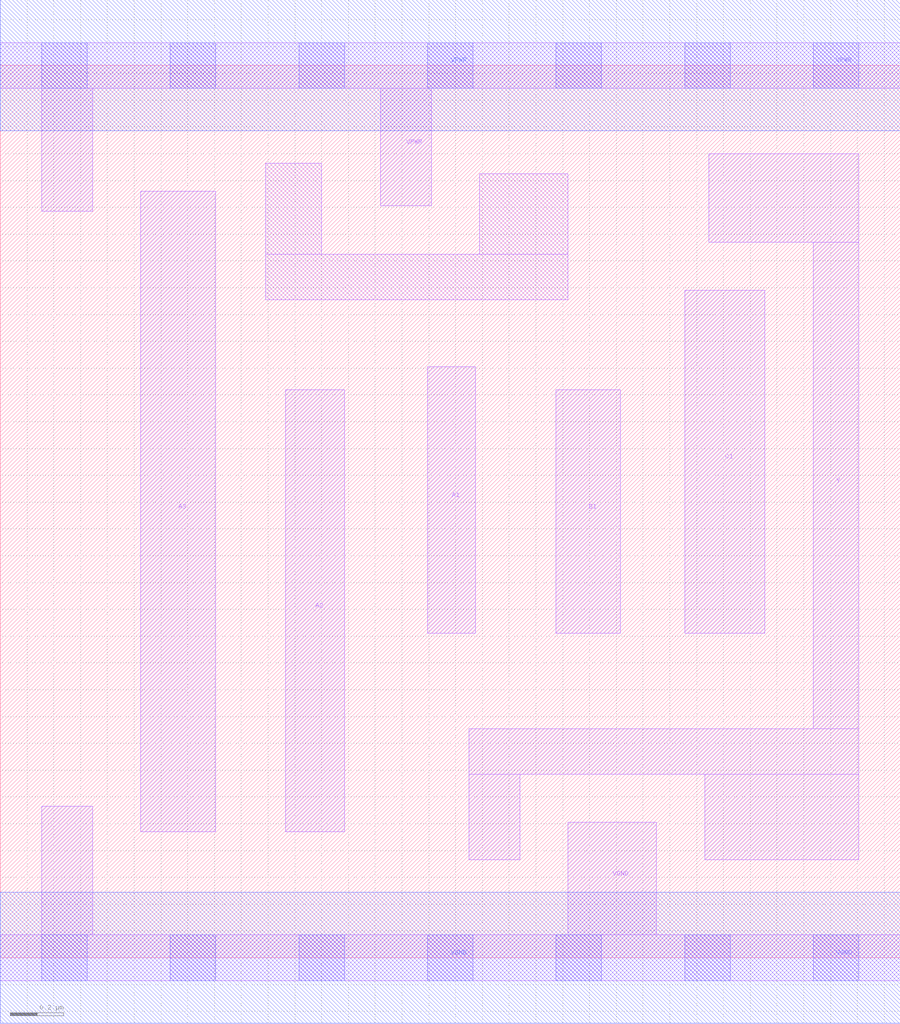
<source format=lef>
# Copyright 2020 The SkyWater PDK Authors
#
# Licensed under the Apache License, Version 2.0 (the "License");
# you may not use this file except in compliance with the License.
# You may obtain a copy of the License at
#
#     https://www.apache.org/licenses/LICENSE-2.0
#
# Unless required by applicable law or agreed to in writing, software
# distributed under the License is distributed on an "AS IS" BASIS,
# WITHOUT WARRANTIES OR CONDITIONS OF ANY KIND, either express or implied.
# See the License for the specific language governing permissions and
# limitations under the License.
#
# SPDX-License-Identifier: Apache-2.0

VERSION 5.7 ;
  NAMESCASESENSITIVE ON ;
  NOWIREEXTENSIONATPIN ON ;
  DIVIDERCHAR "/" ;
  BUSBITCHARS "[]" ;
UNITS
  DATABASE MICRONS 200 ;
END UNITS
MACRO sky130_fd_sc_lp__a311oi_m
  CLASS CORE ;
  SOURCE USER ;
  FOREIGN sky130_fd_sc_lp__a311oi_m ;
  ORIGIN  0.000000  0.000000 ;
  SIZE  3.360000 BY  3.330000 ;
  SYMMETRY X Y R90 ;
  SITE unit ;
  PIN A1
    ANTENNAGATEAREA  0.126000 ;
    DIRECTION INPUT ;
    USE SIGNAL ;
    PORT
      LAYER li1 ;
        RECT 1.595000 1.210000 1.775000 2.205000 ;
    END
  END A1
  PIN A2
    ANTENNAGATEAREA  0.126000 ;
    DIRECTION INPUT ;
    USE SIGNAL ;
    PORT
      LAYER li1 ;
        RECT 1.065000 0.470000 1.285000 2.120000 ;
    END
  END A2
  PIN A3
    ANTENNAGATEAREA  0.126000 ;
    DIRECTION INPUT ;
    USE SIGNAL ;
    PORT
      LAYER li1 ;
        RECT 0.525000 0.470000 0.805000 2.860000 ;
    END
  END A3
  PIN B1
    ANTENNAGATEAREA  0.126000 ;
    DIRECTION INPUT ;
    USE SIGNAL ;
    PORT
      LAYER li1 ;
        RECT 2.075000 1.210000 2.315000 2.120000 ;
    END
  END B1
  PIN C1
    ANTENNAGATEAREA  0.126000 ;
    DIRECTION INPUT ;
    USE SIGNAL ;
    PORT
      LAYER li1 ;
        RECT 2.555000 1.210000 2.855000 2.490000 ;
    END
  END C1
  PIN Y
    ANTENNADIFFAREA  0.342300 ;
    DIRECTION OUTPUT ;
    USE SIGNAL ;
    PORT
      LAYER li1 ;
        RECT 1.750000 0.365000 1.940000 0.685000 ;
        RECT 1.750000 0.685000 3.205000 0.855000 ;
        RECT 2.630000 0.365000 3.205000 0.685000 ;
        RECT 2.645000 2.670000 3.205000 3.000000 ;
        RECT 3.035000 0.855000 3.205000 2.670000 ;
    END
  END Y
  PIN VGND
    DIRECTION INOUT ;
    USE GROUND ;
    PORT
      LAYER li1 ;
        RECT 0.000000 -0.085000 3.360000 0.085000 ;
        RECT 0.155000  0.085000 0.345000 0.565000 ;
        RECT 2.120000  0.085000 2.450000 0.505000 ;
      LAYER mcon ;
        RECT 0.155000 -0.085000 0.325000 0.085000 ;
        RECT 0.635000 -0.085000 0.805000 0.085000 ;
        RECT 1.115000 -0.085000 1.285000 0.085000 ;
        RECT 1.595000 -0.085000 1.765000 0.085000 ;
        RECT 2.075000 -0.085000 2.245000 0.085000 ;
        RECT 2.555000 -0.085000 2.725000 0.085000 ;
        RECT 3.035000 -0.085000 3.205000 0.085000 ;
      LAYER met1 ;
        RECT 0.000000 -0.245000 3.360000 0.245000 ;
    END
  END VGND
  PIN VPWR
    DIRECTION INOUT ;
    USE POWER ;
    PORT
      LAYER li1 ;
        RECT 0.000000 3.245000 3.360000 3.415000 ;
        RECT 0.155000 2.785000 0.345000 3.245000 ;
        RECT 1.420000 2.805000 1.610000 3.245000 ;
      LAYER mcon ;
        RECT 0.155000 3.245000 0.325000 3.415000 ;
        RECT 0.635000 3.245000 0.805000 3.415000 ;
        RECT 1.115000 3.245000 1.285000 3.415000 ;
        RECT 1.595000 3.245000 1.765000 3.415000 ;
        RECT 2.075000 3.245000 2.245000 3.415000 ;
        RECT 2.555000 3.245000 2.725000 3.415000 ;
        RECT 3.035000 3.245000 3.205000 3.415000 ;
      LAYER met1 ;
        RECT 0.000000 3.085000 3.360000 3.575000 ;
    END
  END VPWR
  OBS
    LAYER li1 ;
      RECT 0.990000 2.455000 2.120000 2.625000 ;
      RECT 0.990000 2.625000 1.200000 2.965000 ;
      RECT 1.790000 2.625000 2.120000 2.925000 ;
  END
END sky130_fd_sc_lp__a311oi_m

</source>
